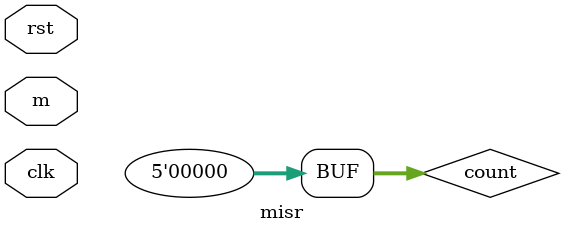
<source format=v>


module misr(clk,rst,m);
input clk;
input rst;
input [4:0] m;
reg q4,q3,q2,q1,q0;
reg [4:0] count;
reg [4:0] disp;
    initial begin
        q0 = 1'b0;
        q1 = 1'b0;
        q2 = 1'b0;
        q3 = 1'b0;
        q4 = 1'b0;
        count = 5'b0;
    end
        always @(posedge clk)
        begin
         if(rst==1)
         begin
             q0=1'b0;
             q1=1'b0;
             q2=1'b0;
             q3=1'b0;
             q4=1'b0;
             end
             end
    always @(posedge clk &&rst == 0)
    begin
        q0<=q4^m[0];
        q1<=q0^q4^m[1];
        q2<=q1^m[2];
        q3<=q2^m[3]^q4;
        q4<=q3^q4^m[4];
    end
    
    always @(posedge clk)
        begin
         disp = {q0,q1,q2,q3,q4}; 
         $display("%b",disp);
           
    end
endmodule




</source>
